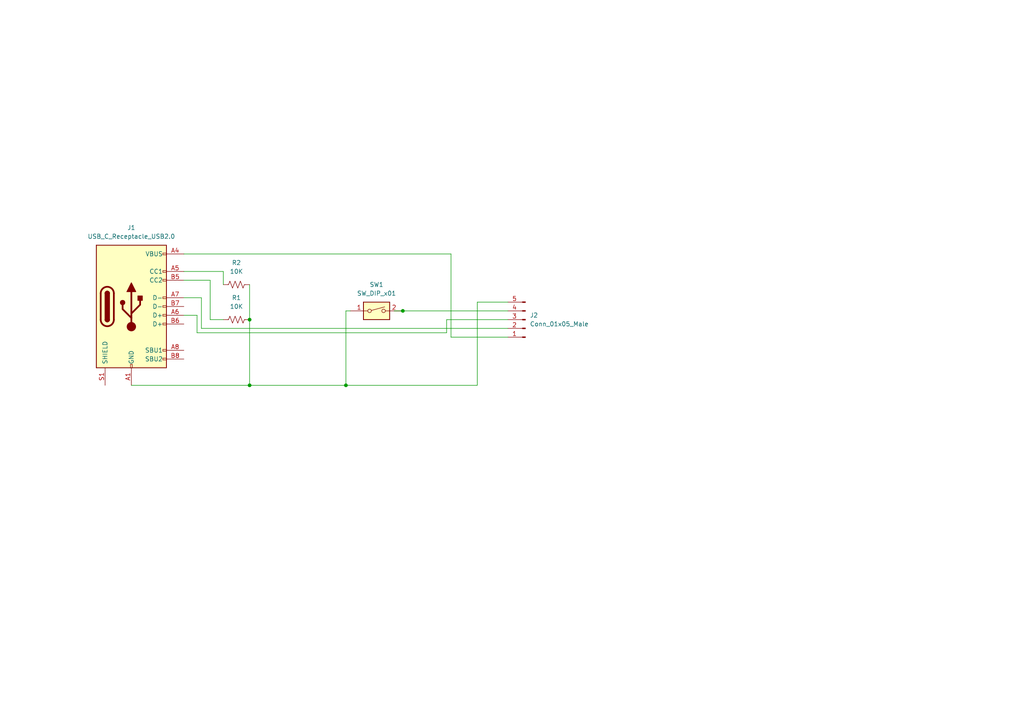
<source format=kicad_sch>
(kicad_sch (version 20211123) (generator eeschema)
  (paper "A4")
  (lib_symbols
    (symbol "Connector:Conn_01x05_Male" (pin_names (offset 1.016) hide)
      (property "Reference" "J" (at 0 7.62 0))
      (property "Value" "Conn_01x05_Male" (at 0 -7.62 0))
      (symbol "Conn_01x05_Male_1_1"
        (polyline (pts (xy 1.27 -5.08) (xy 0.8636 -5.08)) (stroke (width 0.1524)))
        (polyline (pts (xy 1.27 -2.54) (xy 0.8636 -2.54)) (stroke (width 0.1524)))
        (polyline (pts (xy 1.27 0) (xy 0.8636 0)) (stroke (width 0.1524)))
        (polyline (pts (xy 1.27 2.54) (xy 0.8636 2.54)) (stroke (width 0.1524)))
        (polyline (pts (xy 1.27 5.08) (xy 0.8636 5.08)) (stroke (width 0.1524)))
        (rectangle (start 0.8636 -4.953) (end 0 -5.207) (stroke (width 0.1524)) (fill (type outline)))
        (rectangle (start 0.8636 -2.413) (end 0 -2.667) (stroke (width 0.1524)) (fill (type outline)))
        (rectangle (start 0.8636 0.127) (end 0 -0.127) (stroke (width 0.1524)) (fill (type outline)))
        (rectangle (start 0.8636 2.667) (end 0 2.413) (stroke (width 0.1524)) (fill (type outline)))
        (rectangle (start 0.8636 5.207) (end 0 4.953) (stroke (width 0.1524)) (fill (type outline)))
        (pin passive line (at 5.08 5.08 180) (length 3.81) (name "Pin_1") (number "1"))
        (pin passive line (at 5.08 2.54 180) (length 3.81) (name "Pin_2") (number "2"))
        (pin passive line (at 5.08 0 180) (length 3.81) (name "Pin_3") (number "3"))
        (pin passive line (at 5.08 -2.54 180) (length 3.81) (name "Pin_4") (number "4"))
        (pin passive line (at 5.08 -5.08 180) (length 3.81) (name "Pin_5") (number "5"))
      )
    )
    (symbol "Connector:USB_C_Receptacle_USB2.0" (pin_names (offset 1.016))
      (property "Reference" "J" (at -10.16 19.05 0))
      (property "Value" "USB_C_Receptacle_USB2.0" (at 19.05 19.05 0))
      (symbol "USB_C_Receptacle_USB2.0_0_0"
        (rectangle (start -0.254 -17.78) (end 0.254 -16.764))
        (rectangle (start 10.16 -14.986) (end 9.144 -15.494))
        (rectangle (start 10.16 -12.446) (end 9.144 -12.954))
        (rectangle (start 10.16 -4.826) (end 9.144 -5.334))
        (rectangle (start 10.16 -2.286) (end 9.144 -2.794))
        (rectangle (start 10.16 0.254) (end 9.144 -0.254))
        (rectangle (start 10.16 2.794) (end 9.144 2.286))
        (rectangle (start 10.16 7.874) (end 9.144 7.366))
        (rectangle (start 10.16 10.414) (end 9.144 9.906))
        (rectangle (start 10.16 15.494) (end 9.144 14.986))
      )
      (symbol "USB_C_Receptacle_USB2.0_0_1"
        (rectangle (start -10.16 17.78) (end 10.16 -17.78) (stroke (width 0.254)) (fill (type background)))
        (arc (start -8.89 -3.81) (mid -6.985 -5.715) (end -5.08 -3.81) (stroke (width 0.508)))
        (arc (start -7.62 -3.81) (mid -6.985 -4.445) (end -6.35 -3.81) (stroke (width 0.254)))
        (arc (start -7.62 -3.81) (mid -6.985 -4.445) (end -6.35 -3.81) (stroke (width 0.254)) (fill (type outline)))
        (rectangle (start -7.62 -3.81) (end -6.35 3.81) (stroke (width 0.254)) (fill (type outline)))
        (arc (start -6.35 3.81) (mid -6.985 4.445) (end -7.62 3.81) (stroke (width 0.254)))
        (arc (start -6.35 3.81) (mid -6.985 4.445) (end -7.62 3.81) (stroke (width 0.254)) (fill (type outline)))
        (arc (start -5.08 3.81) (mid -6.985 5.715) (end -8.89 3.81) (stroke (width 0.508)))
        (circle (center -2.54 1.143) (radius 0.635) (stroke (width 0.254)) (fill (type outline)))
        (circle (center 0 -5.842) (radius 1.27) (fill (type outline)))
        (polyline (pts (xy -8.89 -3.81) (xy -8.89 3.81)) (stroke (width 0.508)))
        (polyline (pts (xy -5.08 3.81) (xy -5.08 -3.81)) (stroke (width 0.508)))
        (polyline (pts (xy 0 -5.842) (xy 0 4.318)) (stroke (width 0.508)))
        (polyline (pts (xy 0 -3.302) (xy -2.54 -0.762) (xy -2.54 0.508)) (stroke (width 0.508)))
        (polyline (pts (xy 0 -2.032) (xy 2.54 0.508) (xy 2.54 1.778)) (stroke (width 0.508)))
        (polyline (pts (xy -1.27 4.318) (xy 0 6.858) (xy 1.27 4.318) (xy -1.27 4.318)) (stroke (width 0.254)) (fill (type outline)))
        (rectangle (start 1.905 1.778) (end 3.175 3.048) (stroke (width 0.254)) (fill (type outline)))
      )
      (symbol "USB_C_Receptacle_USB2.0_1_1"
        (pin passive line (at 0 -22.86 90) (length 5.08) (name "GND") (number "A1"))
        (pin passive line (at 0 -22.86 90) (length 5.08) hide (name "GND") (number "A12"))
        (pin passive line (at 15.24 15.24 180) (length 5.08) (name "VBUS") (number "A4"))
        (pin bidirectional line (at 15.24 10.16 180) (length 5.08) (name "CC1") (number "A5"))
        (pin bidirectional line (at 15.24 -2.54 180) (length 5.08) (name "D+") (number "A6"))
        (pin bidirectional line (at 15.24 2.54 180) (length 5.08) (name "D-") (number "A7"))
        (pin bidirectional line (at 15.24 -12.7 180) (length 5.08) (name "SBU1") (number "A8"))
        (pin passive line (at 15.24 15.24 180) (length 5.08) hide (name "VBUS") (number "A9"))
        (pin passive line (at 0 -22.86 90) (length 5.08) hide (name "GND") (number "B1"))
        (pin passive line (at 0 -22.86 90) (length 5.08) hide (name "GND") (number "B12"))
        (pin passive line (at 15.24 15.24 180) (length 5.08) hide (name "VBUS") (number "B4"))
        (pin bidirectional line (at 15.24 7.62 180) (length 5.08) (name "CC2") (number "B5"))
        (pin bidirectional line (at 15.24 -5.08 180) (length 5.08) (name "D+") (number "B6"))
        (pin bidirectional line (at 15.24 0 180) (length 5.08) (name "D-") (number "B7"))
        (pin bidirectional line (at 15.24 -15.24 180) (length 5.08) (name "SBU2") (number "B8"))
        (pin passive line (at 15.24 15.24 180) (length 5.08) hide (name "VBUS") (number "B9"))
        (pin passive line (at -7.62 -22.86 90) (length 5.08) (name "SHIELD") (number "S1"))
      )
    )
    (symbol "Device:R_US" (pin_numbers hide) (pin_names (offset 0))
      (property "Reference" "R" (at 2.54 0 90))
      (property "Value" "R_US" (at -2.54 0 90))
      (symbol "R_US_0_1"
        (polyline (pts (xy 0 -2.286) (xy 0 -2.54)))
        (polyline (pts (xy 0 2.286) (xy 0 2.54)))
        (polyline (pts (xy 0 -0.762) (xy 1.016 -1.143) (xy 0 -1.524) (xy -1.016 -1.905) (xy 0 -2.286)))
        (polyline (pts (xy 0 0.762) (xy 1.016 0.381) (xy 0 0) (xy -1.016 -0.381) (xy 0 -0.762)))
        (polyline (pts (xy 0 2.286) (xy 1.016 1.905) (xy 0 1.524) (xy -1.016 1.143) (xy 0 0.762)))
      )
      (symbol "R_US_1_1"
        (pin passive line (at 0 3.81 270) (length 1.27) (name "~") (number "1"))
        (pin passive line (at 0 -3.81 90) (length 1.27) (name "~") (number "2"))
      )
    )
    (symbol "Switch:SW_DIP_x01" (pin_names (offset 0) hide)
      (property "Reference" "SW" (at 0 3.81 0))
      (property "Value" "SW_DIP_x01" (at 0 -3.81 0))
      (symbol "SW_DIP_x01_0_0"
        (circle (center -2.032 0) (radius 0.508))
        (polyline (pts (xy -1.524 0.127) (xy 2.3622 1.1684)))
        (circle (center 2.032 0) (radius 0.508))
      )
      (symbol "SW_DIP_x01_0_1"
        (rectangle (start -3.81 2.54) (end 3.81 -2.54) (stroke (width 0.254)) (fill (type background)))
      )
      (symbol "SW_DIP_x01_1_1"
        (pin passive line (at -7.62 0 0) (length 5.08) (name "~") (number "1"))
        (pin passive line (at 7.62 0 180) (length 5.08) (name "~") (number "2"))
      )
    )
  )
  (junction (at 72.39 92.71))
  (junction (at 116.84 90.17))
  (junction (at 100.33 111.76))
  (junction (at 72.39 111.76))
  (wire (pts (xy 116.84 90.17) (xy 147.32 90.17)))
  (wire (pts (xy 72.39 82.55) (xy 72.39 92.71)))
  (wire (pts (xy 100.33 111.76) (xy 138.43 111.76)))
  (wire (pts (xy 60.96 81.28) (xy 53.34 81.28)))
  (wire (pts (xy 129.54 96.52) (xy 129.54 92.71)))
  (wire (pts (xy 58.42 86.36) (xy 58.42 95.25)))
  (wire (pts (xy 101.6 90.17) (xy 100.33 90.17)))
  (wire (pts (xy 72.39 111.76) (xy 100.33 111.76)))
  (wire (pts (xy 114.3 90.17) (xy 116.84 90.17)))
  (wire (pts (xy 64.77 92.71) (xy 60.96 92.71)))
  (wire (pts (xy 57.15 96.52) (xy 129.54 96.52)))
  (wire (pts (xy 64.77 78.74) (xy 64.77 82.55)))
  (wire (pts (xy 138.43 111.76) (xy 138.43 87.63)))
  (wire (pts (xy 58.42 95.25) (xy 147.32 95.25)))
  (wire (pts (xy 38.1 111.76) (xy 72.39 111.76)))
  (wire (pts (xy 53.34 78.74) (xy 64.77 78.74)))
  (wire (pts (xy 53.34 91.44) (xy 57.15 91.44)))
  (wire (pts (xy 130.81 97.79) (xy 147.32 97.79)))
  (wire (pts (xy 129.54 92.71) (xy 147.32 92.71)))
  (wire (pts (xy 138.43 87.63) (xy 147.32 87.63)))
  (wire (pts (xy 53.34 86.36) (xy 58.42 86.36)))
  (wire (pts (xy 72.39 92.71) (xy 72.39 111.76)))
  (wire (pts (xy 60.96 92.71) (xy 60.96 81.28)))
  (wire (pts (xy 100.33 90.17) (xy 100.33 111.76)))
  (wire (pts (xy 130.81 73.66) (xy 130.81 97.79)))
  (wire (pts (xy 57.15 91.44) (xy 57.15 96.52)))
  (wire (pts (xy 53.34 73.66) (xy 130.81 73.66)))
  (symbol (lib_id "Connector:USB_C_Receptacle_USB2.0") (at 38.1 88.9 0) (unit 1)
    (property "Reference" "J1" (at 38.1 66.04 0))
    (property "Value" "USB_C_Receptacle_USB2.0" (at 38.1 68.58 0))
    (property "Footprint" "Connector_USB:USB_C_Receptacle_JAE_DX07S016JA1R1500" (effects hide))
    (property "Datasheet" "https://www.usb.org/sites/default/files/documents/usb_type-c.zip" (effects hide))
  )
  (symbol (lib_id "Connector:Conn_01x05_Male") (at 152.4 92.71 180) (unit 1)
    (property "Reference" "J2" (at 153.67 91.4399 0) (effects (justify right)))
    (property "Value" "Conn_01x05_Male" (at 153.67 93.9799 0) (effects (justify right)))
    (property "Footprint" "Connector_PinHeader_2.54mm:PinHeader_1x05_P2.54mm_Vertical" (effects hide))
  )
  (symbol (lib_id "Switch:SW_DIP_x01") (at 109.22 90.17 0) (unit 1)
    (property "Reference" "SW1" (at 109.22 82.55 0))
    (property "Value" "SW_DIP_x01" (at 109.22 85.09 0))
    (property "Footprint" "Button_Switch_SMD:SW_DIP_SPSTx01_Slide_Omron_A6S-110x_W8.9mm_P2.54mm" (effects hide))
  )
  (symbol (lib_id "Device:R_US") (at 68.58 92.71 270) (unit 1)
    (property "Reference" "R1" (at 68.58 86.36 90))
    (property "Value" "10K" (at 68.58 88.9 90))
    (property "Footprint" "Resistor_THT:R_Axial_DIN0207_L6.3mm_D2.5mm_P7.62mm_Horizontal" (effects hide))
  )
  (symbol (lib_id "Device:R_US") (at 68.58 82.55 270) (unit 1)
    (property "Reference" "R2" (at 68.58 76.2 90))
    (property "Value" "10K" (at 68.58 78.74 90))
    (property "Footprint" "Resistor_THT:R_Axial_DIN0207_L6.3mm_D2.5mm_P7.62mm_Horizontal" (effects hide))
  )
)
</source>
